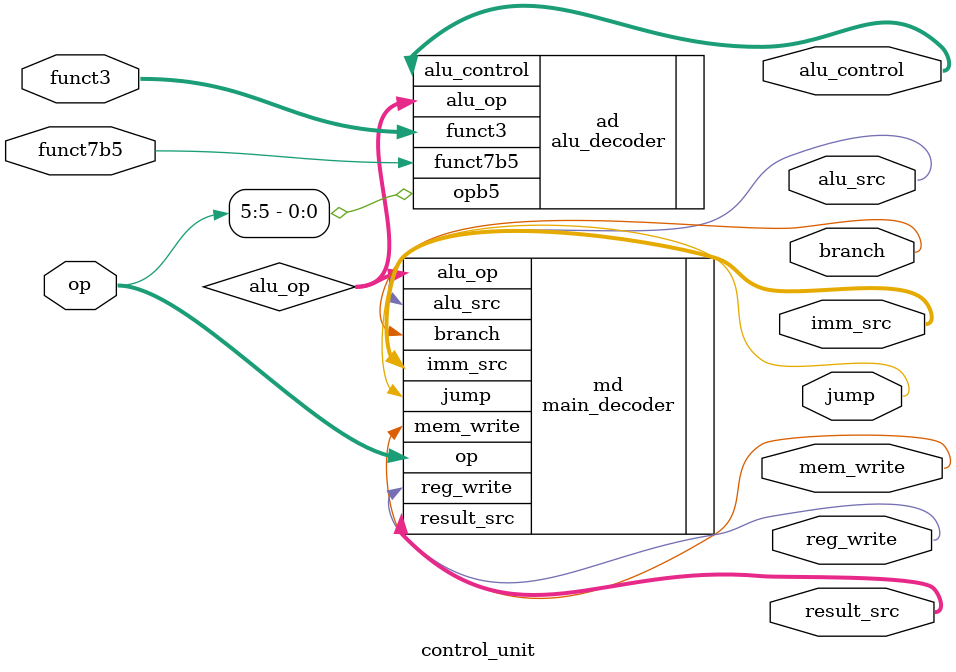
<source format=sv>
`timescale 1ns / 1ps

module control_unit(
    input logic [6:0] op,
    input logic [2:0] funct3,
    input logic funct7b5,
    output logic [1:0] result_src,
    output logic mem_write,
    output logic branch,
    output logic alu_src,
    output logic reg_write,
    output logic jump,
    output logic [1:0] imm_src,
    output logic [2:0] alu_control
    );
    
   logic [1:0] alu_op;
   
   main_decoder md(
   .op(op), 
   .result_src(result_src), 
   .mem_write(mem_write), 
   .branch(branch),
   .alu_src(alu_src), 
   .reg_write(reg_write), 
   .jump(jump), 
   .imm_src(imm_src), 
   .alu_op(alu_op));
    
   alu_decoder ad(
   .opb5(op[5]), 
   .funct3(funct3), 
   .funct7b5(funct7b5), 
   .alu_op(alu_op), 
   .alu_control(alu_control));
    
endmodule

</source>
